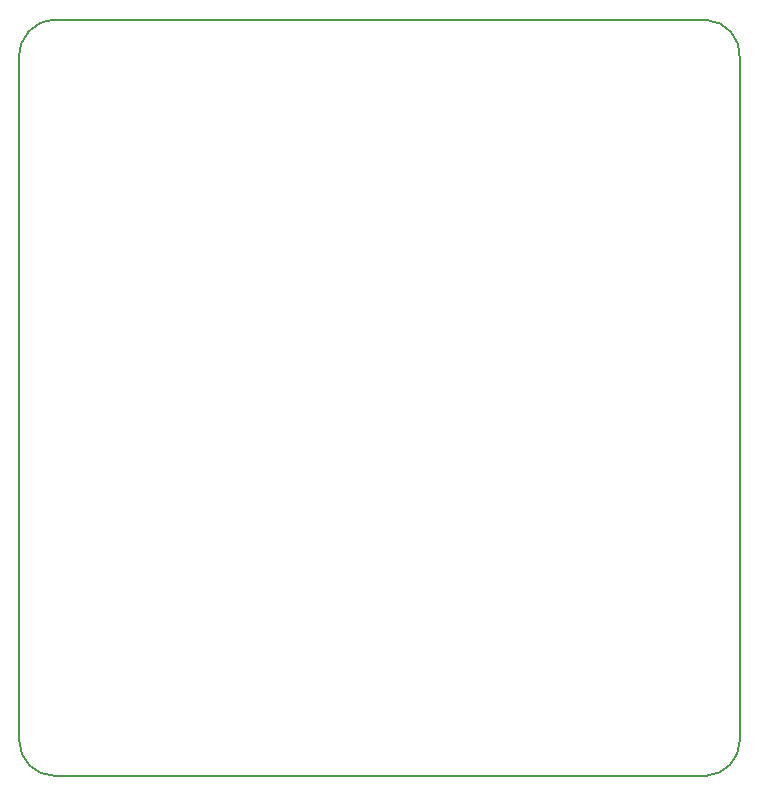
<source format=gm1>
G04 #@! TF.GenerationSoftware,KiCad,Pcbnew,7.0.8*
G04 #@! TF.CreationDate,2024-02-21T14:09:27-03:00*
G04 #@! TF.ProjectId,lamp_module,6c616d70-5f6d-46f6-9475-6c652e6b6963,1.0*
G04 #@! TF.SameCoordinates,Original*
G04 #@! TF.FileFunction,Profile,NP*
%FSLAX46Y46*%
G04 Gerber Fmt 4.6, Leading zero omitted, Abs format (unit mm)*
G04 Created by KiCad (PCBNEW 7.0.8) date 2024-02-21 14:09:27*
%MOMM*%
%LPD*%
G01*
G04 APERTURE LIST*
G04 #@! TA.AperFunction,Profile*
%ADD10C,0.200000*%
G04 #@! TD*
G04 APERTURE END LIST*
D10*
X180115750Y-72080250D02*
X180115750Y-129850250D01*
X122115750Y-68850251D02*
G75*
G03*
X119124529Y-72079577I0J-2999999D01*
G01*
X122115750Y-68850250D02*
X177289750Y-68850250D01*
X177289464Y-132845314D02*
G75*
G03*
X180115750Y-129850250I-173764J2995014D01*
G01*
X180115755Y-72080250D02*
G75*
G03*
X177289968Y-68846496I-3000055J229950D01*
G01*
X119115750Y-72080250D02*
X119115750Y-129850250D01*
X177289458Y-132845217D02*
X122115750Y-132850250D01*
X119115750Y-129850250D02*
G75*
G03*
X122115750Y-132850250I2999950J-50D01*
G01*
M02*

</source>
